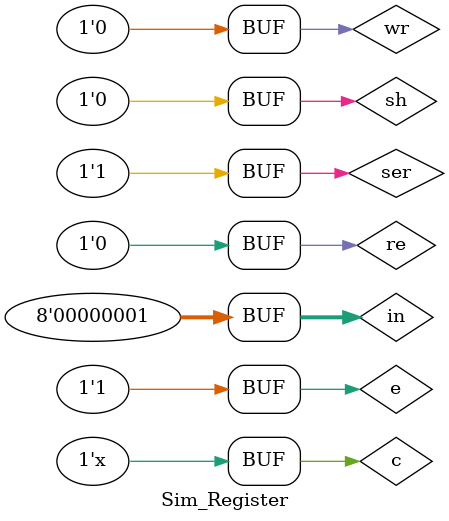
<source format=v>
`timescale 1ns / 1ps


module Sim_Register(
    );
    reg c,re,e,wr,sh,ser;
    reg [7:0] in;
    wire [7:0] out;
    Register Reg(
        .en(e),
        .clk(c),
        .reset(re),
        .din(in),
        .dout(out),
        .write(wr),
        .shl(sh),
        .serial(ser)
    );
    initial begin
        e<=0;
        c<=0;
        in<=8'h00;        
        re<=0;
        wr<=0;
        sh<=0;
        ser<=0;
        
        #10
        in<=8'h5a;
        #20
        wr<=2'b1;
        #10
        in<=8'h88;
        #10
        wr<=0;
        e<=1;
        #20;
        sh<=1;
        #70
        sh<=0;
        #50
        re<=1;
        #20
        re<=0;
        wr<=1; 
        #10
        in<=8'hd3;
             
        #100
        ser<=1;
        re<=1;
        #50
        re=0;
        in=8'h00;
        in[0]=1'b0;
        #20
        in[0]=1'b1;
        #20
        in[0]=1'b0;
        #20
        in[0]=1'b1;
        #10
        wr<=0;
    end
    always begin
        #20
        c<=~c;
    end
endmodule

</source>
